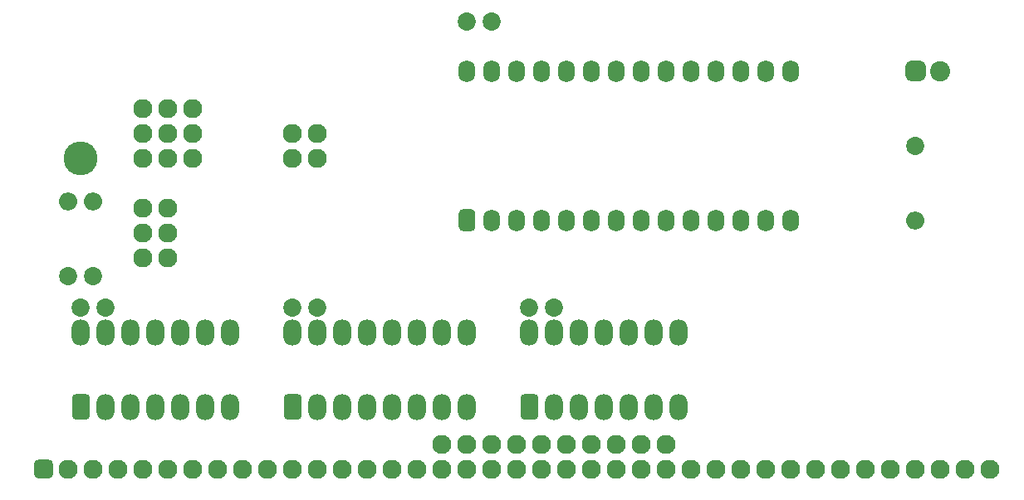
<source format=gbr>
%TF.GenerationSoftware,KiCad,Pcbnew,(5.1.6)-1*%
%TF.CreationDate,2020-12-08T19:16:15-08:00*%
%TF.ProjectId,rc-rom,72632d72-6f6d-42e6-9b69-6361645f7063,rev?*%
%TF.SameCoordinates,PX9157080PY9071968*%
%TF.FileFunction,Soldermask,Bot*%
%TF.FilePolarity,Negative*%
%FSLAX46Y46*%
G04 Gerber Fmt 4.6, Leading zero omitted, Abs format (unit mm)*
G04 Created by KiCad (PCBNEW (5.1.6)-1) date 2020-12-08 19:16:15*
%MOMM*%
%LPD*%
G01*
G04 APERTURE LIST*
%ADD10O,1.694000X2.254000*%
%ADD11O,1.854000X2.654000*%
%ADD12O,1.954000X1.954000*%
%ADD13O,1.854000X1.854000*%
%ADD14C,1.854000*%
%ADD15C,2.054000*%
%ADD16C,1.954000*%
%ADD17C,3.454000*%
G04 APERTURE END LIST*
D10*
%TO.C,U1*%
X77470000Y42240200D03*
X77470000Y27000200D03*
X74930000Y42240200D03*
X74930000Y27000200D03*
X72390000Y42240200D03*
X72390000Y27000200D03*
X69850000Y42240200D03*
X69850000Y27000200D03*
X67310000Y42240200D03*
X67310000Y27000200D03*
X64770000Y42240200D03*
X64770000Y27000200D03*
X62230000Y42240200D03*
X62230000Y27000200D03*
X59690000Y42240200D03*
X59690000Y27000200D03*
X57150000Y42240200D03*
X57150000Y27000200D03*
X54610000Y42240200D03*
X54610000Y27000200D03*
X52070000Y42240200D03*
X52070000Y27000200D03*
X49530000Y42240200D03*
X49530000Y27000200D03*
X46990000Y42240200D03*
X46990000Y27000200D03*
X44450000Y42240200D03*
G36*
G01*
X44873500Y25873200D02*
X44026500Y25873200D01*
G75*
G02*
X43603000Y26296700I0J423500D01*
G01*
X43603000Y27703700D01*
G75*
G02*
X44026500Y28127200I423500J0D01*
G01*
X44873500Y28127200D01*
G75*
G02*
X45297000Y27703700I0J-423500D01*
G01*
X45297000Y26296700D01*
G75*
G02*
X44873500Y25873200I-423500J0D01*
G01*
G37*
%TD*%
D11*
%TO.C,U3*%
X50800000Y15570200D03*
X66040000Y7950200D03*
X53340000Y15570200D03*
X63500000Y7950200D03*
X55880000Y15570200D03*
X60960000Y7950200D03*
X58420000Y15570200D03*
X58420000Y7950200D03*
X60960000Y15570200D03*
X55880000Y7950200D03*
X63500000Y15570200D03*
X53340000Y7950200D03*
X66040000Y15570200D03*
G36*
G01*
X51263500Y6623200D02*
X50336500Y6623200D01*
G75*
G02*
X49873000Y7086700I0J463500D01*
G01*
X49873000Y8813700D01*
G75*
G02*
X50336500Y9277200I463500J0D01*
G01*
X51263500Y9277200D01*
G75*
G02*
X51727000Y8813700I0J-463500D01*
G01*
X51727000Y7086700D01*
G75*
G02*
X51263500Y6623200I-463500J0D01*
G01*
G37*
%TD*%
%TO.C,U2*%
X26670000Y15570200D03*
X44450000Y7950200D03*
X29210000Y15570200D03*
X41910000Y7950200D03*
X31750000Y15570200D03*
X39370000Y7950200D03*
X34290000Y15570200D03*
X36830000Y7950200D03*
X36830000Y15570200D03*
X34290000Y7950200D03*
X39370000Y15570200D03*
X31750000Y7950200D03*
X41910000Y15570200D03*
X29210000Y7950200D03*
X44450000Y15570200D03*
G36*
G01*
X27133500Y6623200D02*
X26206500Y6623200D01*
G75*
G02*
X25743000Y7086700I0J463500D01*
G01*
X25743000Y8813700D01*
G75*
G02*
X26206500Y9277200I463500J0D01*
G01*
X27133500Y9277200D01*
G75*
G02*
X27597000Y8813700I0J-463500D01*
G01*
X27597000Y7086700D01*
G75*
G02*
X27133500Y6623200I-463500J0D01*
G01*
G37*
%TD*%
D12*
%TO.C,JP6*%
X29210000Y35890200D03*
X29210000Y33350200D03*
X26670000Y35890200D03*
X26670000Y33350200D03*
%TD*%
%TO.C,U4*%
G36*
G01*
X5543500Y6623200D02*
X4616500Y6623200D01*
G75*
G02*
X4153000Y7086700I0J463500D01*
G01*
X4153000Y8813700D01*
G75*
G02*
X4616500Y9277200I463500J0D01*
G01*
X5543500Y9277200D01*
G75*
G02*
X6007000Y8813700I0J-463500D01*
G01*
X6007000Y7086700D01*
G75*
G02*
X5543500Y6623200I-463500J0D01*
G01*
G37*
D11*
X20320000Y15570200D03*
X7620000Y7950200D03*
X17780000Y15570200D03*
X10160000Y7950200D03*
X15240000Y15570200D03*
X12700000Y7950200D03*
X12700000Y15570200D03*
X15240000Y7950200D03*
X10160000Y15570200D03*
X17780000Y7950200D03*
X7620000Y15570200D03*
X20320000Y7950200D03*
X5080000Y15570200D03*
%TD*%
D13*
%TO.C,R3*%
X90170000Y27000200D03*
D14*
X90170000Y34620200D03*
%TD*%
D13*
%TO.C,R2*%
X6350000Y28905200D03*
D14*
X6350000Y21285200D03*
%TD*%
D13*
%TO.C,R1*%
X3810000Y28905200D03*
D14*
X3810000Y21285200D03*
%TD*%
D12*
%TO.C,JP5*%
X16510000Y33350200D03*
X16510000Y35890200D03*
X16510000Y38430200D03*
%TD*%
%TO.C,JP4*%
X13970000Y33350200D03*
X13970000Y35890200D03*
X13970000Y38430200D03*
%TD*%
%TO.C,JP3*%
X11430000Y33350200D03*
X11430000Y35890200D03*
X11430000Y38430200D03*
%TD*%
%TO.C,JP2*%
X13970000Y23190200D03*
X13970000Y25730200D03*
X13970000Y28270200D03*
%TD*%
%TO.C,JP1*%
X11430000Y23190200D03*
X11430000Y25730200D03*
X11430000Y28270200D03*
%TD*%
D15*
%TO.C,D1*%
X92710000Y42240200D03*
G36*
G01*
X89143000Y41726700D02*
X89143000Y42753700D01*
G75*
G02*
X89656500Y43267200I513500J0D01*
G01*
X90683500Y43267200D01*
G75*
G02*
X91197000Y42753700I0J-513500D01*
G01*
X91197000Y41726700D01*
G75*
G02*
X90683500Y41213200I-513500J0D01*
G01*
X89656500Y41213200D01*
G75*
G02*
X89143000Y41726700I0J513500D01*
G01*
G37*
%TD*%
D14*
%TO.C,C4*%
X7580000Y18110200D03*
X5080000Y18110200D03*
%TD*%
%TO.C,C3*%
X53300000Y18110200D03*
X50800000Y18110200D03*
%TD*%
%TO.C,C2*%
X29170000Y18110200D03*
X26670000Y18110200D03*
%TD*%
%TO.C,C1*%
X46950000Y47320200D03*
X44450000Y47320200D03*
%TD*%
D12*
%TO.C,J2*%
X64770000Y4140200D03*
X62230000Y4140200D03*
X59690000Y4140200D03*
X57150000Y4140200D03*
X54610000Y4140200D03*
X52070000Y4140200D03*
X49530000Y4140200D03*
X46990000Y4140200D03*
X44450000Y4140200D03*
D16*
X41910000Y4140200D03*
%TD*%
D12*
%TO.C,J1*%
X97790000Y1600200D03*
X95250000Y1600200D03*
X92710000Y1600200D03*
X90170000Y1600200D03*
X87630000Y1600200D03*
X85090000Y1600200D03*
X82550000Y1600200D03*
X80010000Y1600200D03*
X77470000Y1600200D03*
X74930000Y1600200D03*
X72390000Y1600200D03*
X69850000Y1600200D03*
X67310000Y1600200D03*
X64770000Y1600200D03*
X62230000Y1600200D03*
X59690000Y1600200D03*
X57150000Y1600200D03*
X54610000Y1600200D03*
X52070000Y1600200D03*
X49530000Y1600200D03*
X46990000Y1600200D03*
X44450000Y1600200D03*
X41910000Y1600200D03*
X39370000Y1600200D03*
X36830000Y1600200D03*
X34290000Y1600200D03*
X31750000Y1600200D03*
X29210000Y1600200D03*
X26670000Y1600200D03*
X24130000Y1600200D03*
X21590000Y1600200D03*
X19050000Y1600200D03*
X16510000Y1600200D03*
X13970000Y1600200D03*
X11430000Y1600200D03*
X8890000Y1600200D03*
X6350000Y1600200D03*
X3810000Y1600200D03*
G36*
G01*
X1758500Y623200D02*
X781500Y623200D01*
G75*
G02*
X293000Y1111700I0J488500D01*
G01*
X293000Y2088700D01*
G75*
G02*
X781500Y2577200I488500J0D01*
G01*
X1758500Y2577200D01*
G75*
G02*
X2247000Y2088700I0J-488500D01*
G01*
X2247000Y1111700D01*
G75*
G02*
X1758500Y623200I-488500J0D01*
G01*
G37*
%TD*%
D17*
%TO.C,*%
X5080000Y33350200D03*
%TD*%
M02*

</source>
